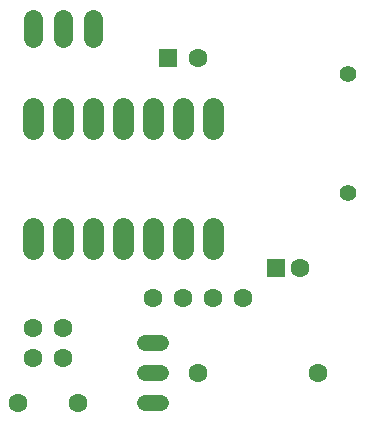
<source format=gtl>
G75*
%MOIN*%
%OFA0B0*%
%FSLAX25Y25*%
%IPPOS*%
%LPD*%
%AMOC8*
5,1,8,0,0,1.08239X$1,22.5*
%
%ADD10C,0.07087*%
%ADD11C,0.06299*%
%ADD12R,0.06299X0.06299*%
%ADD13C,0.06299*%
%ADD14C,0.05512*%
%ADD15C,0.05200*%
D10*
X0034937Y0076394D02*
X0034937Y0083480D01*
X0044937Y0083480D02*
X0044937Y0076394D01*
X0054937Y0076394D02*
X0054937Y0083480D01*
X0064937Y0083480D02*
X0064937Y0076394D01*
X0074937Y0076394D02*
X0074937Y0083480D01*
X0084937Y0083480D02*
X0084937Y0076394D01*
X0094937Y0076394D02*
X0094937Y0083480D01*
X0094937Y0116394D02*
X0094937Y0123480D01*
X0084937Y0123480D02*
X0084937Y0116394D01*
X0074937Y0116394D02*
X0074937Y0123480D01*
X0064937Y0123480D02*
X0064937Y0116394D01*
X0054937Y0116394D02*
X0054937Y0123480D01*
X0044937Y0123480D02*
X0044937Y0116394D01*
X0034937Y0116394D02*
X0034937Y0123480D01*
D11*
X0029937Y0024937D03*
X0034937Y0039937D03*
X0044937Y0039937D03*
X0044937Y0049937D03*
X0034937Y0049937D03*
X0049937Y0024937D03*
X0074937Y0059937D03*
X0084937Y0059937D03*
X0094937Y0059937D03*
X0104937Y0059937D03*
X0123874Y0069937D03*
X0129937Y0034937D03*
X0089937Y0034937D03*
X0089937Y0139937D03*
D12*
X0079937Y0139937D03*
X0116000Y0069937D03*
D13*
X0054937Y0146787D02*
X0054937Y0153087D01*
X0044937Y0153087D02*
X0044937Y0146787D01*
X0034937Y0146787D02*
X0034937Y0153087D01*
D14*
X0139937Y0134622D03*
X0139937Y0095252D03*
D15*
X0077537Y0044937D02*
X0072337Y0044937D01*
X0072337Y0034937D02*
X0077537Y0034937D01*
X0077537Y0024937D02*
X0072337Y0024937D01*
M02*

</source>
